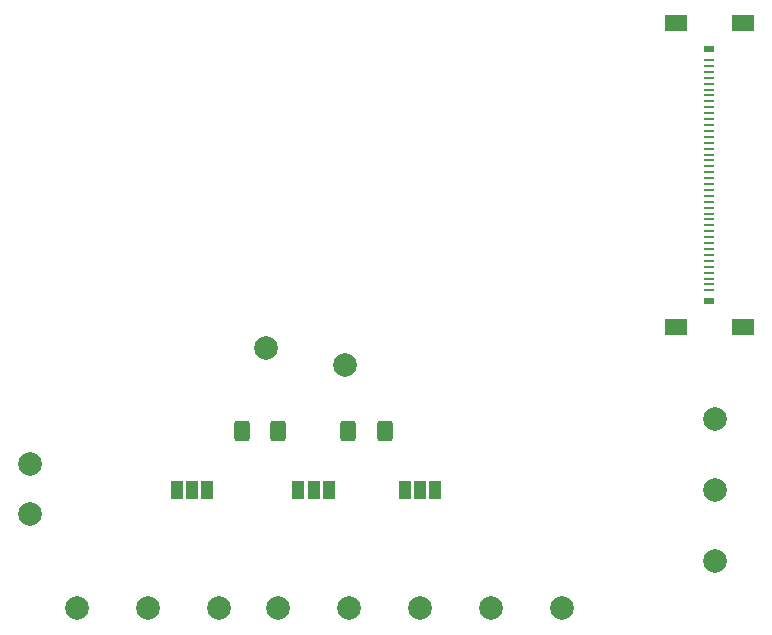
<source format=gts>
G04 #@! TF.GenerationSoftware,KiCad,Pcbnew,8.0.1*
G04 #@! TF.CreationDate,2024-04-26T23:06:05-04:00*
G04 #@! TF.ProjectId,eDP adapter,65445020-6164-4617-9074-65722e6b6963,rev?*
G04 #@! TF.SameCoordinates,Original*
G04 #@! TF.FileFunction,Soldermask,Top*
G04 #@! TF.FilePolarity,Negative*
%FSLAX46Y46*%
G04 Gerber Fmt 4.6, Leading zero omitted, Abs format (unit mm)*
G04 Created by KiCad (PCBNEW 8.0.1) date 2024-04-26 23:06:05*
%MOMM*%
%LPD*%
G01*
G04 APERTURE LIST*
G04 Aperture macros list*
%AMRoundRect*
0 Rectangle with rounded corners*
0 $1 Rounding radius*
0 $2 $3 $4 $5 $6 $7 $8 $9 X,Y pos of 4 corners*
0 Add a 4 corners polygon primitive as box body*
4,1,4,$2,$3,$4,$5,$6,$7,$8,$9,$2,$3,0*
0 Add four circle primitives for the rounded corners*
1,1,$1+$1,$2,$3*
1,1,$1+$1,$4,$5*
1,1,$1+$1,$6,$7*
1,1,$1+$1,$8,$9*
0 Add four rect primitives between the rounded corners*
20,1,$1+$1,$2,$3,$4,$5,0*
20,1,$1+$1,$4,$5,$6,$7,0*
20,1,$1+$1,$6,$7,$8,$9,0*
20,1,$1+$1,$8,$9,$2,$3,0*%
G04 Aperture macros list end*
%ADD10C,2.000000*%
%ADD11R,1.000000X1.500000*%
%ADD12R,0.900000X0.250000*%
%ADD13R,0.900000X0.550000*%
%ADD14R,1.900000X1.400000*%
%ADD15RoundRect,0.250000X0.400000X0.625000X-0.400000X0.625000X-0.400000X-0.625000X0.400000X-0.625000X0*%
G04 APERTURE END LIST*
D10*
X93000000Y-116000000D03*
D11*
X95700000Y-128000000D03*
X97000000Y-128000000D03*
X98300000Y-128000000D03*
D10*
X131000000Y-122000000D03*
X94000000Y-138000000D03*
D11*
X107300000Y-128000000D03*
X106000000Y-128000000D03*
X104700000Y-128000000D03*
D12*
X130500000Y-111100000D03*
X130500000Y-110600000D03*
X130500000Y-110100000D03*
X130500000Y-109600000D03*
X130500000Y-109100000D03*
X130500000Y-108600000D03*
X130500000Y-108100000D03*
X130500000Y-107600000D03*
X130500000Y-107100000D03*
X130500000Y-106600000D03*
X130500000Y-106100000D03*
X130500000Y-105600000D03*
X130500000Y-105100000D03*
X130500000Y-104600000D03*
X130500000Y-104100000D03*
X130500000Y-103600000D03*
X130500000Y-103100000D03*
X130500000Y-102600000D03*
X130500000Y-102100000D03*
X130500000Y-101600000D03*
X130500000Y-101100000D03*
X130500000Y-100600000D03*
X130500000Y-100100000D03*
X130500000Y-99600000D03*
X130500000Y-99100000D03*
X130500000Y-98600000D03*
X130500000Y-98100000D03*
X130500000Y-97600000D03*
X130500000Y-97100000D03*
X130500000Y-96600000D03*
X130500000Y-96100000D03*
X130500000Y-95600000D03*
X130500000Y-95100000D03*
X130500000Y-94600000D03*
X130500000Y-94100000D03*
X130500000Y-93600000D03*
X130500000Y-93100000D03*
X130500000Y-92600000D03*
X130500000Y-92100000D03*
X130500000Y-91600000D03*
D13*
X130500000Y-112000000D03*
D14*
X127680000Y-114200000D03*
X133320000Y-114200000D03*
D13*
X130500000Y-90700000D03*
D14*
X127680000Y-88500000D03*
X133320000Y-88500000D03*
D10*
X77000000Y-138000000D03*
X131000000Y-134000000D03*
X131000000Y-128000000D03*
X83000000Y-138000000D03*
D11*
X85400000Y-128000000D03*
X86700000Y-128000000D03*
X88000000Y-128000000D03*
D10*
X73000000Y-125800000D03*
X89000000Y-138000000D03*
X99630000Y-117400000D03*
X100000000Y-138000000D03*
D15*
X94000000Y-123000000D03*
X90900000Y-123000000D03*
D10*
X118000000Y-138000000D03*
X112000000Y-138000000D03*
D15*
X103000000Y-123000000D03*
X99900000Y-123000000D03*
D10*
X106000000Y-138000000D03*
X73000000Y-130000000D03*
M02*

</source>
